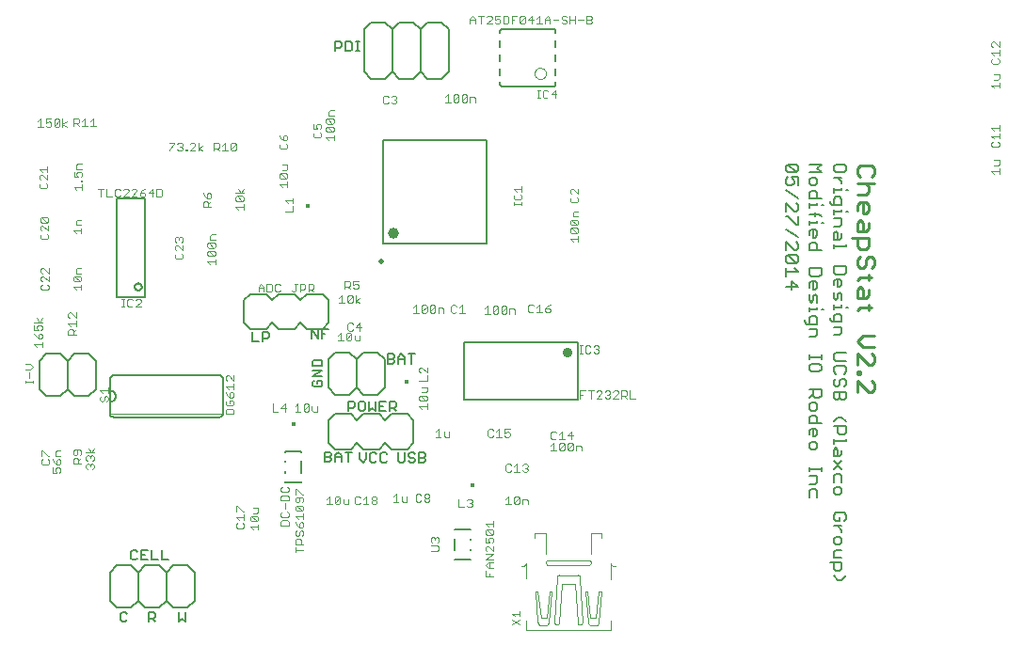
<source format=gto>
G75*
G70*
%OFA0B0*%
%FSLAX24Y24*%
%IPPOS*%
%LPD*%
%AMOC8*
5,1,8,0,0,1.08239X$1,22.5*
%
%ADD10C,0.0060*%
%ADD11C,0.0070*%
%ADD12C,0.0100*%
%ADD13C,0.0079*%
%ADD14C,0.0394*%
%ADD15C,0.0197*%
%ADD16C,0.0040*%
%ADD17R,0.0118X0.0157*%
%ADD18C,0.0050*%
%ADD19C,0.0020*%
%ADD20C,0.0080*%
%ADD21C,0.0348*%
%ADD22R,0.0157X0.0118*%
D10*
X003611Y001361D02*
X003861Y001111D01*
X004361Y001111D01*
X004611Y001361D01*
X004861Y001111D01*
X005361Y001111D01*
X005611Y001361D01*
X005861Y001111D01*
X006361Y001111D01*
X006611Y001361D01*
X006611Y002361D01*
X006361Y002611D01*
X005861Y002611D01*
X005611Y002361D01*
X005611Y001361D01*
X006041Y000956D02*
X006041Y000616D01*
X006154Y000729D01*
X006268Y000616D01*
X006268Y000956D01*
X005218Y000899D02*
X005218Y000786D01*
X005161Y000729D01*
X004991Y000729D01*
X004991Y000616D02*
X004991Y000956D01*
X005161Y000956D01*
X005218Y000899D01*
X005104Y000729D02*
X005218Y000616D01*
X004218Y000673D02*
X004161Y000616D01*
X004048Y000616D01*
X003991Y000673D01*
X003991Y000899D01*
X004048Y000956D01*
X004161Y000956D01*
X004218Y000899D01*
X004611Y001361D02*
X004611Y002361D01*
X004861Y002611D01*
X005361Y002611D01*
X005611Y002361D01*
X005693Y002811D02*
X005466Y002811D01*
X005466Y003151D01*
X005324Y002811D02*
X005097Y002811D01*
X005097Y003151D01*
X004956Y003151D02*
X004729Y003151D01*
X004729Y002811D01*
X004956Y002811D01*
X004843Y002981D02*
X004729Y002981D01*
X004588Y003094D02*
X004531Y003151D01*
X004418Y003151D01*
X004361Y003094D01*
X004361Y002868D01*
X004418Y002811D01*
X004531Y002811D01*
X004588Y002868D01*
X004361Y002611D02*
X004611Y002361D01*
X004361Y002611D02*
X003861Y002611D01*
X003611Y002361D01*
X003611Y001361D01*
X009821Y005571D02*
X009821Y005588D01*
X009821Y005571D02*
X010400Y005571D01*
X010400Y005588D01*
X010400Y005905D02*
X010400Y006316D01*
X010400Y006634D02*
X010400Y006651D01*
X009821Y006651D01*
X009821Y006634D01*
X009821Y006316D02*
X009821Y006279D01*
X009821Y005942D02*
X009821Y005905D01*
X011216Y006291D02*
X011216Y006631D01*
X011386Y006631D01*
X011443Y006574D01*
X011443Y006518D01*
X011386Y006461D01*
X011216Y006461D01*
X011386Y006461D02*
X011443Y006404D01*
X011443Y006348D01*
X011386Y006291D01*
X011216Y006291D01*
X011584Y006291D02*
X011584Y006518D01*
X011698Y006631D01*
X011811Y006518D01*
X011811Y006291D01*
X011811Y006461D02*
X011584Y006461D01*
X011586Y006736D02*
X011361Y006961D01*
X011361Y007761D01*
X011586Y007986D01*
X012136Y007986D01*
X012361Y007761D01*
X012586Y007986D01*
X013136Y007986D01*
X013361Y007761D01*
X013586Y007986D01*
X014136Y007986D01*
X014361Y007761D01*
X014361Y006961D01*
X014136Y006736D01*
X013586Y006736D01*
X013361Y006961D01*
X013136Y006736D01*
X012586Y006736D01*
X012361Y006961D01*
X012136Y006736D01*
X011586Y006736D01*
X011952Y006631D02*
X012179Y006631D01*
X012066Y006631D02*
X012066Y006291D01*
X012461Y006379D02*
X012574Y006266D01*
X012688Y006379D01*
X012688Y006606D01*
X012829Y006549D02*
X012886Y006606D01*
X012999Y006606D01*
X013056Y006549D01*
X013198Y006549D02*
X013198Y006323D01*
X013254Y006266D01*
X013368Y006266D01*
X013424Y006323D01*
X013424Y006549D02*
X013368Y006606D01*
X013254Y006606D01*
X013198Y006549D01*
X013056Y006323D02*
X012999Y006266D01*
X012886Y006266D01*
X012829Y006323D01*
X012829Y006549D01*
X012461Y006606D02*
X012461Y006379D01*
X013816Y006323D02*
X013873Y006266D01*
X013986Y006266D01*
X014043Y006323D01*
X014043Y006606D01*
X014184Y006549D02*
X014184Y006493D01*
X014241Y006436D01*
X014354Y006436D01*
X014411Y006379D01*
X014411Y006323D01*
X014354Y006266D01*
X014241Y006266D01*
X014184Y006323D01*
X014184Y006549D02*
X014241Y006606D01*
X014354Y006606D01*
X014411Y006549D01*
X014552Y006606D02*
X014552Y006266D01*
X014723Y006266D01*
X014779Y006323D01*
X014779Y006379D01*
X014723Y006436D01*
X014552Y006436D01*
X014552Y006606D02*
X014723Y006606D01*
X014779Y006549D01*
X014779Y006493D01*
X014723Y006436D01*
X013816Y006323D02*
X013816Y006606D01*
X013749Y008091D02*
X013636Y008204D01*
X013693Y008204D02*
X013523Y008204D01*
X013523Y008091D02*
X013523Y008431D01*
X013693Y008431D01*
X013749Y008374D01*
X013749Y008261D01*
X013693Y008204D01*
X013381Y008091D02*
X013154Y008091D01*
X013154Y008431D01*
X013381Y008431D01*
X013268Y008261D02*
X013154Y008261D01*
X013013Y008091D02*
X013013Y008431D01*
X012786Y008431D02*
X012786Y008091D01*
X012899Y008204D01*
X013013Y008091D01*
X012644Y008148D02*
X012644Y008374D01*
X012588Y008431D01*
X012474Y008431D01*
X012418Y008374D01*
X012418Y008148D01*
X012474Y008091D01*
X012588Y008091D01*
X012644Y008148D01*
X012276Y008261D02*
X012219Y008204D01*
X012049Y008204D01*
X012049Y008091D02*
X012049Y008431D01*
X012219Y008431D01*
X012276Y008374D01*
X012276Y008261D01*
X012087Y008658D02*
X011587Y008658D01*
X011337Y008908D01*
X011337Y009908D01*
X011587Y010158D01*
X012087Y010158D01*
X012337Y009908D01*
X012587Y010158D01*
X013087Y010158D01*
X013337Y009908D01*
X013337Y008908D01*
X013087Y008658D01*
X012587Y008658D01*
X012337Y008908D01*
X012087Y008658D01*
X012337Y008908D02*
X012337Y009908D01*
X013442Y009938D02*
X013612Y009938D01*
X013669Y009882D01*
X013669Y009825D01*
X013612Y009768D01*
X013442Y009768D01*
X013442Y010108D01*
X013612Y010108D01*
X013669Y010052D01*
X013669Y009995D01*
X013612Y009938D01*
X013811Y009938D02*
X014037Y009938D01*
X014037Y009995D02*
X014037Y009768D01*
X013811Y009768D02*
X013811Y009995D01*
X013924Y010108D01*
X014037Y009995D01*
X014179Y010108D02*
X014406Y010108D01*
X014292Y010108D02*
X014292Y009768D01*
X011131Y009677D02*
X011131Y009848D01*
X011074Y009904D01*
X010847Y009904D01*
X010791Y009848D01*
X010791Y009677D01*
X011131Y009677D01*
X011131Y009536D02*
X010791Y009536D01*
X010791Y009309D02*
X011131Y009536D01*
X011131Y009309D02*
X010791Y009309D01*
X010847Y009168D02*
X010791Y009111D01*
X010791Y008998D01*
X010847Y008941D01*
X011074Y008941D01*
X011131Y008998D01*
X011131Y009111D01*
X011074Y009168D01*
X010961Y009168D01*
X010961Y009054D01*
X010968Y010641D02*
X010968Y010981D01*
X011109Y010981D02*
X011336Y010981D01*
X011136Y010986D02*
X011361Y011211D01*
X011361Y012011D01*
X011136Y012236D01*
X010586Y012236D01*
X010361Y012011D01*
X010136Y012236D01*
X009586Y012236D01*
X009361Y012011D01*
X009136Y012236D01*
X008586Y012236D01*
X008361Y012011D01*
X008361Y011211D01*
X008586Y010986D01*
X009136Y010986D01*
X009361Y011211D01*
X009586Y010986D01*
X010136Y010986D01*
X010361Y011211D01*
X010586Y010986D01*
X011136Y010986D01*
X011109Y010981D02*
X011109Y010641D01*
X010968Y010641D02*
X010741Y010981D01*
X010741Y010641D01*
X011109Y010811D02*
X011223Y010811D01*
X009236Y010824D02*
X009236Y010711D01*
X009179Y010654D01*
X009009Y010654D01*
X009009Y010541D02*
X009009Y010881D01*
X009179Y010881D01*
X009236Y010824D01*
X008868Y010541D02*
X008641Y010541D01*
X008641Y010881D01*
X007451Y009351D02*
X003751Y009351D01*
X003731Y009351D01*
X003710Y009347D01*
X003691Y009341D01*
X003673Y009332D01*
X003656Y009320D01*
X003642Y009305D01*
X003630Y009289D01*
X003621Y009271D01*
X003615Y009251D01*
X003611Y009231D01*
X003611Y008811D01*
X003611Y008411D01*
X003611Y007991D01*
X003615Y007970D01*
X003622Y007950D01*
X003632Y007931D01*
X003645Y007914D01*
X003661Y007900D01*
X003679Y007888D01*
X003698Y007879D01*
X003719Y007873D01*
X003740Y007870D01*
X003761Y007871D01*
X007461Y007871D01*
X007482Y007870D01*
X007503Y007873D01*
X007524Y007879D01*
X007543Y007888D01*
X007561Y007900D01*
X007577Y007914D01*
X007590Y007931D01*
X007600Y007950D01*
X007607Y007970D01*
X007611Y007991D01*
X007611Y009231D01*
X007606Y009253D01*
X007598Y009273D01*
X007586Y009292D01*
X007572Y009309D01*
X007556Y009324D01*
X007537Y009336D01*
X007517Y009344D01*
X007495Y009350D01*
X007473Y009352D01*
X007451Y009351D01*
X003611Y008811D02*
X003638Y008809D01*
X003665Y008804D01*
X003691Y008794D01*
X003715Y008782D01*
X003737Y008766D01*
X003757Y008748D01*
X003774Y008726D01*
X003789Y008703D01*
X003799Y008678D01*
X003807Y008652D01*
X003811Y008625D01*
X003811Y008597D01*
X003807Y008570D01*
X003799Y008544D01*
X003789Y008519D01*
X003774Y008496D01*
X003757Y008474D01*
X003737Y008456D01*
X003715Y008440D01*
X003691Y008428D01*
X003665Y008418D01*
X003638Y008413D01*
X003611Y008411D01*
X003111Y008861D02*
X002861Y008611D01*
X002361Y008611D01*
X002111Y008861D01*
X001861Y008611D01*
X001361Y008611D01*
X001111Y008861D01*
X001111Y009861D01*
X001361Y010111D01*
X001861Y010111D01*
X002111Y009861D01*
X002361Y010111D01*
X002861Y010111D01*
X003111Y009861D01*
X003111Y008861D01*
X002111Y008861D02*
X002111Y009861D01*
X015821Y003901D02*
X015821Y003884D01*
X015821Y003901D02*
X016400Y003901D01*
X016400Y003884D01*
X016400Y003566D02*
X016400Y003529D01*
X016400Y003192D02*
X016400Y003155D01*
X016400Y002838D02*
X016400Y002821D01*
X015821Y002821D01*
X015821Y002838D01*
X015821Y003155D02*
X015821Y003566D01*
X027541Y012473D02*
X027981Y012473D01*
X027761Y012693D01*
X027761Y012399D01*
X027541Y012859D02*
X027541Y013153D01*
X027541Y013006D02*
X027981Y013006D01*
X027834Y013153D01*
X027908Y013320D02*
X027614Y013320D01*
X027541Y013393D01*
X027541Y013540D01*
X027614Y013613D01*
X027908Y013320D01*
X027981Y013393D01*
X027981Y013540D01*
X027908Y013613D01*
X027614Y013613D01*
X027541Y013780D02*
X027541Y014074D01*
X027834Y013780D01*
X027908Y013780D01*
X027981Y013854D01*
X027981Y014000D01*
X027908Y014074D01*
X027981Y014241D02*
X027541Y014534D01*
X027908Y014701D02*
X027614Y014994D01*
X027541Y014994D01*
X027541Y015161D02*
X027541Y015455D01*
X027834Y015161D01*
X027908Y015161D01*
X027981Y015235D01*
X027981Y015381D01*
X027908Y015455D01*
X027981Y015622D02*
X027541Y015915D01*
X027614Y016082D02*
X027541Y016155D01*
X027541Y016302D01*
X027614Y016376D01*
X027761Y016376D02*
X027834Y016229D01*
X027834Y016155D01*
X027761Y016082D01*
X027614Y016082D01*
X027981Y016082D02*
X027981Y016376D01*
X027761Y016376D01*
X027614Y016542D02*
X027541Y016616D01*
X027541Y016762D01*
X027614Y016836D01*
X027908Y016542D01*
X027614Y016542D01*
X027908Y016542D02*
X027981Y016616D01*
X027981Y016762D01*
X027908Y016836D01*
X027614Y016836D01*
X027981Y014994D02*
X027981Y014701D01*
X027908Y014701D01*
X019395Y019690D02*
X019395Y019741D01*
X019395Y019686D02*
X019394Y019669D01*
X019389Y019652D01*
X019382Y019637D01*
X019372Y019623D01*
X019360Y019611D01*
X019346Y019601D01*
X019331Y019594D01*
X019314Y019589D01*
X019297Y019588D01*
X019293Y019587D02*
X017525Y019587D01*
X017525Y019588D02*
X017508Y019589D01*
X017491Y019594D01*
X017476Y019601D01*
X017462Y019611D01*
X017450Y019623D01*
X017440Y019637D01*
X017433Y019652D01*
X017428Y019669D01*
X017427Y019686D01*
X017427Y019690D02*
X017427Y019741D01*
X017427Y019985D02*
X017427Y020237D01*
X017427Y020485D02*
X017427Y020737D01*
X017427Y020985D02*
X017427Y021237D01*
X017427Y021481D02*
X017427Y021540D01*
X017427Y021536D02*
X017428Y021553D01*
X017433Y021570D01*
X017440Y021585D01*
X017450Y021599D01*
X017462Y021611D01*
X017476Y021621D01*
X017491Y021628D01*
X017508Y021633D01*
X017525Y021634D01*
X019297Y021634D01*
X019314Y021633D01*
X019331Y021628D01*
X019346Y021621D01*
X019360Y021611D01*
X019372Y021599D01*
X019382Y021585D01*
X019389Y021570D01*
X019394Y021553D01*
X019395Y021536D01*
X019395Y021528D02*
X019395Y021477D01*
X019395Y021237D02*
X019395Y020981D01*
X019395Y020737D02*
X019395Y020481D01*
X019395Y020237D02*
X019395Y019985D01*
X015611Y020111D02*
X015361Y019861D01*
X014861Y019861D01*
X014611Y020111D01*
X014611Y021611D01*
X014861Y021861D01*
X015361Y021861D01*
X015611Y021611D01*
X015611Y020111D01*
X014611Y020111D02*
X014361Y019861D01*
X013861Y019861D01*
X013611Y020111D01*
X013611Y021611D01*
X013861Y021861D01*
X014361Y021861D01*
X014611Y021611D01*
X013611Y021611D02*
X013361Y021861D01*
X012861Y021861D01*
X012611Y021611D01*
X012611Y020111D01*
X012861Y019861D01*
X013361Y019861D01*
X013611Y020111D01*
X012441Y020841D02*
X012327Y020841D01*
X012384Y020841D02*
X012384Y021181D01*
X012327Y021181D02*
X012441Y021181D01*
X012186Y021124D02*
X012129Y021181D01*
X011959Y021181D01*
X011959Y020841D01*
X012129Y020841D01*
X012186Y020898D01*
X012186Y021124D01*
X011818Y021124D02*
X011761Y021181D01*
X011591Y021181D01*
X011591Y020841D01*
X011591Y020954D02*
X011761Y020954D01*
X011818Y021011D01*
X011818Y021124D01*
D11*
X028227Y011312D02*
X028227Y011240D01*
X028299Y011168D01*
X028658Y011168D01*
X028658Y011383D01*
X028586Y011455D01*
X028443Y011455D01*
X028371Y011383D01*
X028371Y011168D01*
X028371Y010995D02*
X028658Y010995D01*
X028658Y010780D01*
X028586Y010708D01*
X028371Y010708D01*
X029246Y010785D02*
X029461Y010785D01*
X029533Y010856D01*
X029533Y011071D01*
X029246Y011071D01*
X029246Y011245D02*
X029246Y011460D01*
X029318Y011532D01*
X029461Y011532D01*
X029533Y011460D01*
X029533Y011245D01*
X029174Y011245D01*
X029102Y011317D01*
X029102Y011388D01*
X029246Y011695D02*
X029246Y011839D01*
X029246Y011767D02*
X029533Y011767D01*
X029533Y011839D01*
X029676Y011767D02*
X029748Y011767D01*
X029533Y012012D02*
X029533Y012227D01*
X029461Y012299D01*
X029389Y012227D01*
X029389Y012084D01*
X029318Y012012D01*
X029246Y012084D01*
X029246Y012299D01*
X029389Y012473D02*
X029389Y012759D01*
X029318Y012759D02*
X029461Y012759D01*
X029533Y012688D01*
X029533Y012544D01*
X029461Y012473D01*
X029389Y012473D01*
X029246Y012544D02*
X029246Y012688D01*
X029318Y012759D01*
X029318Y012933D02*
X029604Y012933D01*
X029676Y013005D01*
X029676Y013220D01*
X029246Y013220D01*
X029246Y013005D01*
X029318Y012933D01*
X028801Y012928D02*
X028801Y013143D01*
X028371Y013143D01*
X028371Y012928D01*
X028443Y012856D01*
X028729Y012856D01*
X028801Y012928D01*
X028586Y012683D02*
X028658Y012611D01*
X028658Y012468D01*
X028586Y012396D01*
X028514Y012396D01*
X028514Y012683D01*
X028443Y012683D02*
X028586Y012683D01*
X028443Y012683D02*
X028371Y012611D01*
X028371Y012468D01*
X028371Y012222D02*
X028371Y012007D01*
X028443Y011935D01*
X028514Y012007D01*
X028514Y012151D01*
X028586Y012222D01*
X028658Y012151D01*
X028658Y011935D01*
X028658Y011762D02*
X028658Y011690D01*
X028371Y011690D01*
X028371Y011619D02*
X028371Y011762D01*
X028801Y011690D02*
X028873Y011690D01*
X029318Y010151D02*
X029246Y010079D01*
X029246Y009936D01*
X029318Y009864D01*
X029676Y009864D01*
X029604Y009690D02*
X029318Y009690D01*
X029246Y009619D01*
X029246Y009475D01*
X029318Y009404D01*
X029318Y009230D02*
X029246Y009158D01*
X029246Y009015D01*
X029318Y008943D01*
X029389Y008943D01*
X029461Y009015D01*
X029461Y009158D01*
X029533Y009230D01*
X029604Y009230D01*
X029676Y009158D01*
X029676Y009015D01*
X029604Y008943D01*
X029676Y008770D02*
X029246Y008770D01*
X029246Y008555D01*
X029318Y008483D01*
X029389Y008483D01*
X029461Y008555D01*
X029461Y008770D01*
X029676Y008770D02*
X029676Y008555D01*
X029604Y008483D01*
X029533Y008483D01*
X029461Y008555D01*
X028801Y008631D02*
X028729Y008560D01*
X028586Y008560D01*
X028514Y008631D01*
X028514Y008846D01*
X028514Y008703D02*
X028371Y008560D01*
X028443Y008386D02*
X028371Y008314D01*
X028371Y008171D01*
X028443Y008099D01*
X028586Y008099D01*
X028658Y008171D01*
X028658Y008314D01*
X028586Y008386D01*
X028443Y008386D01*
X028801Y008631D02*
X028801Y008846D01*
X028371Y008846D01*
X028443Y009480D02*
X028729Y009480D01*
X028801Y009552D01*
X028801Y009695D01*
X028729Y009767D01*
X028443Y009767D01*
X028371Y009695D01*
X028371Y009552D01*
X028443Y009480D01*
X028371Y009931D02*
X028371Y010074D01*
X028371Y010002D02*
X028801Y010002D01*
X028801Y009931D02*
X028801Y010074D01*
X029318Y010151D02*
X029676Y010151D01*
X029604Y009690D02*
X029676Y009619D01*
X029676Y009475D01*
X029604Y009404D01*
X029533Y007849D02*
X029389Y007849D01*
X029246Y007706D01*
X029246Y007542D02*
X029676Y007542D01*
X029676Y007327D01*
X029604Y007255D01*
X029461Y007255D01*
X029389Y007327D01*
X029389Y007542D01*
X029676Y007706D02*
X029533Y007849D01*
X028801Y007639D02*
X028371Y007639D01*
X028371Y007854D01*
X028443Y007926D01*
X028586Y007926D01*
X028658Y007854D01*
X028658Y007639D01*
X028586Y007465D02*
X028658Y007394D01*
X028658Y007250D01*
X028586Y007179D01*
X028514Y007179D01*
X028514Y007465D01*
X028443Y007465D02*
X028586Y007465D01*
X028443Y007465D02*
X028371Y007394D01*
X028371Y007250D01*
X028443Y007005D02*
X028371Y006933D01*
X028371Y006790D01*
X028443Y006718D01*
X028586Y006718D01*
X028658Y006790D01*
X028658Y006933D01*
X028586Y007005D01*
X028443Y007005D01*
X029246Y007010D02*
X029676Y007010D01*
X029676Y007082D01*
X029246Y007082D02*
X029246Y006938D01*
X029318Y006775D02*
X029389Y006703D01*
X029389Y006488D01*
X029461Y006488D02*
X029246Y006488D01*
X029246Y006703D01*
X029318Y006775D01*
X029533Y006703D02*
X029533Y006560D01*
X029461Y006488D01*
X029533Y006315D02*
X029246Y006028D01*
X029318Y005854D02*
X029246Y005782D01*
X029246Y005567D01*
X029318Y005394D02*
X029246Y005322D01*
X029246Y005179D01*
X029318Y005107D01*
X029461Y005107D01*
X029533Y005179D01*
X029533Y005322D01*
X029461Y005394D01*
X029318Y005394D01*
X029533Y005567D02*
X029533Y005782D01*
X029461Y005854D01*
X029318Y005854D01*
X029533Y006028D02*
X029246Y006315D01*
X028801Y006084D02*
X028801Y005941D01*
X028801Y006013D02*
X028371Y006013D01*
X028371Y006084D02*
X028371Y005941D01*
X028371Y005777D02*
X028658Y005777D01*
X028658Y005562D01*
X028586Y005491D01*
X028371Y005491D01*
X028443Y005317D02*
X028371Y005245D01*
X028371Y005030D01*
X028658Y005030D02*
X028658Y005245D01*
X028586Y005317D01*
X028443Y005317D01*
X029318Y004473D02*
X029246Y004401D01*
X029246Y004258D01*
X029318Y004186D01*
X029461Y004186D01*
X029461Y004330D01*
X029604Y004473D02*
X029318Y004473D01*
X029604Y004473D02*
X029676Y004401D01*
X029676Y004258D01*
X029604Y004186D01*
X029533Y004013D02*
X029246Y004013D01*
X029389Y004013D02*
X029533Y003869D01*
X029533Y003798D01*
X029461Y003629D02*
X029318Y003629D01*
X029246Y003557D01*
X029246Y003414D01*
X029318Y003342D01*
X029461Y003342D01*
X029533Y003414D01*
X029533Y003557D01*
X029461Y003629D01*
X029533Y003169D02*
X029318Y003169D01*
X029246Y003097D01*
X029246Y002882D01*
X029533Y002882D01*
X029533Y002708D02*
X029102Y002708D01*
X029246Y002708D02*
X029246Y002493D01*
X029318Y002422D01*
X029461Y002422D01*
X029533Y002493D01*
X029533Y002708D01*
X029676Y002248D02*
X029533Y002105D01*
X029389Y002105D01*
X029246Y002248D01*
X028801Y013777D02*
X028371Y013777D01*
X028371Y013992D01*
X028443Y014064D01*
X028586Y014064D01*
X028658Y013992D01*
X028658Y013777D01*
X028586Y014237D02*
X028514Y014237D01*
X028514Y014524D01*
X028443Y014524D02*
X028586Y014524D01*
X028658Y014452D01*
X028658Y014309D01*
X028586Y014237D01*
X028371Y014309D02*
X028371Y014452D01*
X028443Y014524D01*
X028371Y014688D02*
X028371Y014831D01*
X028371Y014759D02*
X028658Y014759D01*
X028658Y014831D01*
X028801Y014759D02*
X028873Y014759D01*
X029246Y014621D02*
X029461Y014621D01*
X029533Y014693D01*
X029533Y014908D01*
X029246Y014908D01*
X029246Y015071D02*
X029246Y015215D01*
X029246Y015143D02*
X029533Y015143D01*
X029533Y015215D01*
X029676Y015143D02*
X029748Y015143D01*
X029533Y015388D02*
X029174Y015388D01*
X029102Y015460D01*
X029102Y015532D01*
X029246Y015603D02*
X029246Y015388D01*
X029246Y015603D02*
X029318Y015675D01*
X029461Y015675D01*
X029533Y015603D01*
X029533Y015388D01*
X029246Y015838D02*
X029246Y015982D01*
X029246Y015910D02*
X029533Y015910D01*
X029533Y015982D01*
X029676Y015910D02*
X029748Y015910D01*
X029533Y016150D02*
X029533Y016222D01*
X029389Y016366D01*
X029246Y016366D02*
X029533Y016366D01*
X029604Y016539D02*
X029676Y016611D01*
X029676Y016754D01*
X029604Y016826D01*
X029318Y016826D01*
X029246Y016754D01*
X029246Y016611D01*
X029318Y016539D01*
X029604Y016539D01*
X028801Y016539D02*
X028371Y016539D01*
X028443Y016366D02*
X028371Y016294D01*
X028371Y016150D01*
X028443Y016079D01*
X028586Y016079D01*
X028658Y016150D01*
X028658Y016294D01*
X028586Y016366D01*
X028443Y016366D01*
X028658Y016682D02*
X028801Y016539D01*
X028658Y016682D02*
X028801Y016826D01*
X028371Y016826D01*
X028443Y015905D02*
X028586Y015905D01*
X028658Y015833D01*
X028658Y015618D01*
X028801Y015618D02*
X028371Y015618D01*
X028371Y015833D01*
X028443Y015905D01*
X028371Y015445D02*
X028371Y015301D01*
X028371Y015373D02*
X028658Y015373D01*
X028658Y015445D01*
X028801Y015373D02*
X028873Y015373D01*
X028729Y015066D02*
X028371Y015066D01*
X028586Y015138D02*
X028586Y014994D01*
X028729Y015066D02*
X028801Y014994D01*
X029318Y014447D02*
X029389Y014376D01*
X029389Y014161D01*
X029461Y014161D02*
X029246Y014161D01*
X029246Y014376D01*
X029318Y014447D01*
X029533Y014376D02*
X029533Y014232D01*
X029461Y014161D01*
X029246Y013987D02*
X029246Y013844D01*
X029246Y013915D02*
X029676Y013915D01*
X029676Y013987D01*
D12*
X029886Y014208D02*
X030486Y014208D01*
X030486Y013908D01*
X030386Y013807D01*
X030186Y013807D01*
X030086Y013908D01*
X030086Y014208D01*
X030086Y014452D02*
X030086Y014752D01*
X030186Y014852D01*
X030286Y014752D01*
X030286Y014452D01*
X030386Y014452D02*
X030086Y014452D01*
X030386Y014452D02*
X030486Y014552D01*
X030486Y014752D01*
X030386Y015096D02*
X030286Y015096D01*
X030286Y015497D01*
X030186Y015497D02*
X030386Y015497D01*
X030486Y015397D01*
X030486Y015197D01*
X030386Y015096D01*
X030086Y015197D02*
X030086Y015397D01*
X030186Y015497D01*
X030086Y015741D02*
X030386Y015741D01*
X030486Y015841D01*
X030486Y016041D01*
X030386Y016141D01*
X030686Y016141D02*
X030086Y016141D01*
X030186Y016386D02*
X030086Y016486D01*
X030086Y016686D01*
X030186Y016786D01*
X030586Y016786D01*
X030686Y016686D01*
X030686Y016486D01*
X030586Y016386D01*
X030586Y013563D02*
X030486Y013563D01*
X030386Y013463D01*
X030386Y013263D01*
X030286Y013163D01*
X030186Y013163D01*
X030086Y013263D01*
X030086Y013463D01*
X030186Y013563D01*
X030586Y013563D02*
X030686Y013463D01*
X030686Y013263D01*
X030586Y013163D01*
X030486Y012919D02*
X030486Y012719D01*
X030586Y012819D02*
X030186Y012819D01*
X030086Y012719D01*
X030186Y012489D02*
X030286Y012389D01*
X030286Y012089D01*
X030386Y012089D02*
X030086Y012089D01*
X030086Y012389D01*
X030186Y012489D01*
X030486Y012389D02*
X030486Y012189D01*
X030386Y012089D01*
X030486Y011844D02*
X030486Y011644D01*
X030586Y011744D02*
X030186Y011744D01*
X030086Y011644D01*
X030286Y010770D02*
X030086Y010570D01*
X030286Y010370D01*
X030686Y010370D01*
X030586Y010126D02*
X030686Y010026D01*
X030686Y009826D01*
X030586Y009725D01*
X030486Y009725D01*
X030086Y010126D01*
X030086Y009725D01*
X030086Y009481D02*
X030086Y009381D01*
X030186Y009381D01*
X030186Y009481D01*
X030086Y009481D01*
X030086Y009159D02*
X030486Y008759D01*
X030586Y008759D01*
X030686Y008859D01*
X030686Y009059D01*
X030586Y009159D01*
X030086Y009159D02*
X030086Y008759D01*
X030286Y010770D02*
X030686Y010770D01*
D13*
X016942Y014030D02*
X016942Y017692D01*
X013280Y017692D01*
X013280Y014030D01*
X016942Y014030D01*
D14*
X013634Y014384D03*
D15*
X013221Y013400D03*
D16*
X012412Y012686D02*
X012226Y012686D01*
X012226Y012546D01*
X012319Y012593D01*
X012366Y012593D01*
X012412Y012546D01*
X012412Y012453D01*
X012366Y012406D01*
X012272Y012406D01*
X012226Y012453D01*
X012118Y012406D02*
X012024Y012499D01*
X012071Y012499D02*
X011931Y012499D01*
X011931Y012406D02*
X011931Y012686D01*
X012071Y012686D01*
X012118Y012639D01*
X012118Y012546D01*
X012071Y012499D01*
X012072Y012186D02*
X012166Y012186D01*
X012212Y012139D01*
X012026Y011953D01*
X012072Y011906D01*
X012166Y011906D01*
X012212Y011953D01*
X012212Y012139D01*
X012320Y012186D02*
X012320Y011906D01*
X012320Y011999D02*
X012460Y012093D01*
X012320Y011999D02*
X012460Y011906D01*
X012026Y011953D02*
X012026Y012139D01*
X012072Y012186D01*
X011824Y012186D02*
X011824Y011906D01*
X011731Y011906D02*
X011918Y011906D01*
X011731Y012093D02*
X011824Y012186D01*
X010823Y012311D02*
X010730Y012404D01*
X010776Y012404D02*
X010636Y012404D01*
X010636Y012311D02*
X010636Y012591D01*
X010776Y012591D01*
X010823Y012544D01*
X010823Y012451D01*
X010776Y012404D01*
X010528Y012451D02*
X010528Y012544D01*
X010482Y012591D01*
X010342Y012591D01*
X010342Y012311D01*
X010342Y012404D02*
X010482Y012404D01*
X010528Y012451D01*
X010234Y012591D02*
X010140Y012591D01*
X010187Y012591D02*
X010187Y012358D01*
X010140Y012311D01*
X010094Y012311D01*
X010047Y012358D01*
X009939Y012264D02*
X009752Y012264D01*
X009644Y012358D02*
X009598Y012311D01*
X009504Y012311D01*
X009458Y012358D01*
X009458Y012544D01*
X009504Y012591D01*
X009598Y012591D01*
X009644Y012544D01*
X009350Y012544D02*
X009350Y012358D01*
X009303Y012311D01*
X009163Y012311D01*
X009163Y012591D01*
X009303Y012591D01*
X009350Y012544D01*
X009055Y012498D02*
X009055Y012311D01*
X009055Y012451D02*
X008868Y012451D01*
X008868Y012498D02*
X008868Y012311D01*
X008868Y012498D02*
X008962Y012591D01*
X009055Y012498D01*
X007341Y013281D02*
X007341Y013468D01*
X007341Y013374D02*
X007061Y013374D01*
X007154Y013281D01*
X007107Y013576D02*
X007061Y013622D01*
X007061Y013716D01*
X007107Y013762D01*
X007294Y013576D01*
X007341Y013622D01*
X007341Y013716D01*
X007294Y013762D01*
X007107Y013762D01*
X007107Y013870D02*
X007061Y013917D01*
X007061Y014010D01*
X007107Y014057D01*
X007294Y013870D01*
X007341Y013917D01*
X007341Y014010D01*
X007294Y014057D01*
X007107Y014057D01*
X007154Y014165D02*
X007154Y014305D01*
X007201Y014352D01*
X007341Y014352D01*
X007341Y014165D02*
X007154Y014165D01*
X007107Y013870D02*
X007294Y013870D01*
X007294Y013576D02*
X007107Y013576D01*
X006191Y013621D02*
X006144Y013668D01*
X006191Y013621D02*
X006191Y013528D01*
X006144Y013481D01*
X005957Y013481D01*
X005911Y013528D01*
X005911Y013621D01*
X005957Y013668D01*
X005957Y013776D02*
X005911Y013822D01*
X005911Y013916D01*
X005957Y013962D01*
X006004Y013962D01*
X006191Y013776D01*
X006191Y013962D01*
X006144Y014070D02*
X006191Y014117D01*
X006191Y014210D01*
X006144Y014257D01*
X006097Y014257D01*
X006051Y014210D01*
X006051Y014164D01*
X006051Y014210D02*
X006004Y014257D01*
X005957Y014257D01*
X005911Y014210D01*
X005911Y014117D01*
X005957Y014070D01*
X006911Y015331D02*
X006911Y015471D01*
X006957Y015518D01*
X007051Y015518D01*
X007097Y015471D01*
X007097Y015331D01*
X007097Y015424D02*
X007191Y015518D01*
X007144Y015626D02*
X007191Y015672D01*
X007191Y015766D01*
X007144Y015812D01*
X007097Y015812D01*
X007051Y015766D01*
X007051Y015626D01*
X007144Y015626D01*
X007051Y015626D02*
X006957Y015719D01*
X006911Y015812D01*
X006911Y015331D02*
X007191Y015331D01*
X008061Y015324D02*
X008341Y015324D01*
X008341Y015231D02*
X008341Y015418D01*
X008294Y015526D02*
X008107Y015712D01*
X008294Y015712D01*
X008341Y015666D01*
X008341Y015572D01*
X008294Y015526D01*
X008107Y015526D01*
X008061Y015572D01*
X008061Y015666D01*
X008107Y015712D01*
X008061Y015820D02*
X008341Y015820D01*
X008247Y015820D02*
X008154Y015960D01*
X008247Y015820D02*
X008341Y015960D01*
X008061Y015324D02*
X008154Y015231D01*
X009811Y015156D02*
X010091Y015156D01*
X010091Y015343D01*
X010091Y015451D02*
X010091Y015637D01*
X010091Y015544D02*
X009811Y015544D01*
X009904Y015451D01*
X009891Y016031D02*
X009891Y016218D01*
X009891Y016124D02*
X009611Y016124D01*
X009704Y016031D01*
X009657Y016326D02*
X009611Y016372D01*
X009611Y016466D01*
X009657Y016512D01*
X009844Y016326D01*
X009891Y016372D01*
X009891Y016466D01*
X009844Y016512D01*
X009657Y016512D01*
X009704Y016620D02*
X009844Y016620D01*
X009891Y016667D01*
X009891Y016807D01*
X009704Y016807D01*
X009657Y016326D02*
X009844Y016326D01*
X009844Y017381D02*
X009891Y017428D01*
X009891Y017521D01*
X009844Y017568D01*
X009844Y017676D02*
X009891Y017722D01*
X009891Y017816D01*
X009844Y017862D01*
X009797Y017862D01*
X009751Y017816D01*
X009751Y017676D01*
X009844Y017676D01*
X009751Y017676D02*
X009657Y017769D01*
X009611Y017862D01*
X009657Y017568D02*
X009611Y017521D01*
X009611Y017428D01*
X009657Y017381D01*
X009844Y017381D01*
X010811Y017828D02*
X010857Y017781D01*
X011044Y017781D01*
X011091Y017828D01*
X011091Y017921D01*
X011044Y017968D01*
X011044Y018076D02*
X011091Y018122D01*
X011091Y018216D01*
X011044Y018262D01*
X010951Y018262D01*
X010904Y018216D01*
X010904Y018169D01*
X010951Y018076D01*
X010811Y018076D01*
X010811Y018262D01*
X010857Y017968D02*
X010811Y017921D01*
X010811Y017828D01*
X011261Y017774D02*
X011354Y017681D01*
X011261Y017774D02*
X011541Y017774D01*
X011541Y017681D02*
X011541Y017868D01*
X011494Y017976D02*
X011307Y018162D01*
X011494Y018162D01*
X011541Y018116D01*
X011541Y018022D01*
X011494Y017976D01*
X011307Y017976D01*
X011261Y018022D01*
X011261Y018116D01*
X011307Y018162D01*
X011307Y018270D02*
X011261Y018317D01*
X011261Y018410D01*
X011307Y018457D01*
X011494Y018270D01*
X011541Y018317D01*
X011541Y018410D01*
X011494Y018457D01*
X011307Y018457D01*
X011354Y018565D02*
X011354Y018705D01*
X011401Y018752D01*
X011541Y018752D01*
X011541Y018565D02*
X011354Y018565D01*
X011307Y018270D02*
X011494Y018270D01*
X013281Y019028D02*
X013281Y019214D01*
X013328Y019261D01*
X013421Y019261D01*
X013468Y019214D01*
X013576Y019214D02*
X013622Y019261D01*
X013716Y019261D01*
X013762Y019214D01*
X013762Y019168D01*
X013716Y019121D01*
X013762Y019074D01*
X013762Y019028D01*
X013716Y018981D01*
X013622Y018981D01*
X013576Y019028D01*
X013468Y019028D02*
X013421Y018981D01*
X013328Y018981D01*
X013281Y019028D01*
X013669Y019121D02*
X013716Y019121D01*
X015481Y019031D02*
X015668Y019031D01*
X015574Y019031D02*
X015574Y019311D01*
X015481Y019218D01*
X015776Y019264D02*
X015776Y019078D01*
X015962Y019264D01*
X015962Y019078D01*
X015916Y019031D01*
X015822Y019031D01*
X015776Y019078D01*
X015776Y019264D02*
X015822Y019311D01*
X015916Y019311D01*
X015962Y019264D01*
X016070Y019264D02*
X016070Y019078D01*
X016257Y019264D01*
X016257Y019078D01*
X016210Y019031D01*
X016117Y019031D01*
X016070Y019078D01*
X016070Y019264D02*
X016117Y019311D01*
X016210Y019311D01*
X016257Y019264D01*
X016365Y019218D02*
X016505Y019218D01*
X016552Y019171D01*
X016552Y019031D01*
X016365Y019031D02*
X016365Y019218D01*
X018745Y019186D02*
X018839Y019186D01*
X018792Y019186D02*
X018792Y019466D01*
X018745Y019466D02*
X018839Y019466D01*
X018942Y019419D02*
X018942Y019233D01*
X018988Y019186D01*
X019082Y019186D01*
X019128Y019233D01*
X019236Y019326D02*
X019423Y019326D01*
X019376Y019466D02*
X019236Y019326D01*
X019128Y019419D02*
X019082Y019466D01*
X018988Y019466D01*
X018942Y019419D01*
X019376Y019466D02*
X019376Y019186D01*
X019200Y021811D02*
X019200Y021998D01*
X019106Y022091D01*
X019013Y021998D01*
X019013Y021811D01*
X018905Y021811D02*
X018718Y021811D01*
X018812Y021811D02*
X018812Y022091D01*
X018718Y021998D01*
X018610Y021951D02*
X018424Y021951D01*
X018564Y022091D01*
X018564Y021811D01*
X018316Y021858D02*
X018316Y022044D01*
X018129Y021858D01*
X018176Y021811D01*
X018269Y021811D01*
X018316Y021858D01*
X018316Y022044D02*
X018269Y022091D01*
X018176Y022091D01*
X018129Y022044D01*
X018129Y021858D01*
X017928Y021951D02*
X017834Y021951D01*
X017834Y021811D02*
X017834Y022091D01*
X018021Y022091D01*
X017726Y022044D02*
X017726Y021858D01*
X017680Y021811D01*
X017540Y021811D01*
X017540Y022091D01*
X017680Y022091D01*
X017726Y022044D01*
X017432Y022091D02*
X017245Y022091D01*
X017245Y021951D01*
X017338Y021998D01*
X017385Y021998D01*
X017432Y021951D01*
X017432Y021858D01*
X017385Y021811D01*
X017292Y021811D01*
X017245Y021858D01*
X017137Y021811D02*
X016950Y021811D01*
X017137Y021998D01*
X017137Y022044D01*
X017091Y022091D01*
X016997Y022091D01*
X016950Y022044D01*
X016843Y022091D02*
X016656Y022091D01*
X016749Y022091D02*
X016749Y021811D01*
X016548Y021811D02*
X016548Y021998D01*
X016454Y022091D01*
X016361Y021998D01*
X016361Y021811D01*
X016361Y021951D02*
X016548Y021951D01*
X019013Y021951D02*
X019200Y021951D01*
X019308Y021951D02*
X019494Y021951D01*
X019602Y021998D02*
X019649Y021951D01*
X019742Y021951D01*
X019789Y021904D01*
X019789Y021858D01*
X019742Y021811D01*
X019649Y021811D01*
X019602Y021858D01*
X019602Y021998D02*
X019602Y022044D01*
X019649Y022091D01*
X019742Y022091D01*
X019789Y022044D01*
X019897Y022091D02*
X019897Y021811D01*
X019897Y021951D02*
X020084Y021951D01*
X020191Y021951D02*
X020378Y021951D01*
X020486Y021951D02*
X020626Y021951D01*
X020673Y021904D01*
X020673Y021858D01*
X020626Y021811D01*
X020486Y021811D01*
X020486Y022091D01*
X020626Y022091D01*
X020673Y022044D01*
X020673Y021998D01*
X020626Y021951D01*
X020084Y022091D02*
X020084Y021811D01*
X020004Y015963D02*
X019957Y015963D01*
X019911Y015916D01*
X019911Y015823D01*
X019957Y015776D01*
X019957Y015668D02*
X019911Y015622D01*
X019911Y015528D01*
X019957Y015482D01*
X020144Y015482D01*
X020191Y015528D01*
X020191Y015622D01*
X020144Y015668D01*
X020191Y015776D02*
X020004Y015963D01*
X020191Y015963D02*
X020191Y015776D01*
X020191Y015163D02*
X020051Y015163D01*
X020004Y015116D01*
X020004Y014976D01*
X020191Y014976D01*
X020144Y014868D02*
X020191Y014822D01*
X020191Y014728D01*
X020144Y014682D01*
X019957Y014868D01*
X020144Y014868D01*
X020144Y014682D02*
X019957Y014682D01*
X019911Y014728D01*
X019911Y014822D01*
X019957Y014868D01*
X019957Y014574D02*
X020144Y014387D01*
X020191Y014434D01*
X020191Y014527D01*
X020144Y014574D01*
X019957Y014574D01*
X019911Y014527D01*
X019911Y014434D01*
X019957Y014387D01*
X020144Y014387D01*
X020191Y014279D02*
X020191Y014092D01*
X020191Y014186D02*
X019911Y014186D01*
X020004Y014092D01*
X018191Y015381D02*
X018191Y015474D01*
X018191Y015428D02*
X017911Y015428D01*
X017911Y015474D02*
X017911Y015381D01*
X017957Y015577D02*
X018144Y015577D01*
X018191Y015624D01*
X018191Y015717D01*
X018144Y015764D01*
X018191Y015872D02*
X018191Y016059D01*
X018191Y015965D02*
X017911Y015965D01*
X018004Y015872D01*
X017957Y015764D02*
X017911Y015717D01*
X017911Y015624D01*
X017957Y015577D01*
X018478Y011861D02*
X018431Y011814D01*
X018431Y011628D01*
X018478Y011581D01*
X018571Y011581D01*
X018618Y011628D01*
X018726Y011581D02*
X018912Y011581D01*
X018819Y011581D02*
X018819Y011861D01*
X018726Y011768D01*
X018618Y011814D02*
X018571Y011861D01*
X018478Y011861D01*
X019020Y011721D02*
X019160Y011721D01*
X019207Y011674D01*
X019207Y011628D01*
X019160Y011581D01*
X019067Y011581D01*
X019020Y011628D01*
X019020Y011721D01*
X019114Y011814D01*
X019207Y011861D01*
X017952Y011671D02*
X017952Y011531D01*
X017952Y011671D02*
X017905Y011718D01*
X017765Y011718D01*
X017765Y011531D01*
X017657Y011578D02*
X017610Y011531D01*
X017517Y011531D01*
X017470Y011578D01*
X017657Y011764D01*
X017657Y011578D01*
X017657Y011764D02*
X017610Y011811D01*
X017517Y011811D01*
X017470Y011764D01*
X017470Y011578D01*
X017362Y011578D02*
X017316Y011531D01*
X017222Y011531D01*
X017176Y011578D01*
X017362Y011764D01*
X017362Y011578D01*
X017362Y011764D02*
X017316Y011811D01*
X017222Y011811D01*
X017176Y011764D01*
X017176Y011578D01*
X017068Y011531D02*
X016881Y011531D01*
X016974Y011531D02*
X016974Y011811D01*
X016881Y011718D01*
X016173Y011561D02*
X015986Y011561D01*
X016080Y011561D02*
X016080Y011841D01*
X015986Y011748D01*
X015878Y011794D02*
X015832Y011841D01*
X015738Y011841D01*
X015692Y011794D01*
X015692Y011608D01*
X015738Y011561D01*
X015832Y011561D01*
X015878Y011608D01*
X015423Y011561D02*
X015423Y011701D01*
X015376Y011748D01*
X015236Y011748D01*
X015236Y011561D01*
X015128Y011608D02*
X015082Y011561D01*
X014988Y011561D01*
X014942Y011608D01*
X015128Y011794D01*
X015128Y011608D01*
X015128Y011794D02*
X015082Y011841D01*
X014988Y011841D01*
X014942Y011794D01*
X014942Y011608D01*
X014834Y011608D02*
X014787Y011561D01*
X014694Y011561D01*
X014647Y011608D01*
X014834Y011794D01*
X014834Y011608D01*
X014834Y011794D02*
X014787Y011841D01*
X014694Y011841D01*
X014647Y011794D01*
X014647Y011608D01*
X014539Y011561D02*
X014352Y011561D01*
X014446Y011561D02*
X014446Y011841D01*
X014352Y011748D01*
X012512Y011071D02*
X012326Y011071D01*
X012466Y011211D01*
X012466Y010931D01*
X012457Y010768D02*
X012457Y010581D01*
X012317Y010581D01*
X012270Y010628D01*
X012270Y010768D01*
X012162Y010814D02*
X011976Y010628D01*
X012022Y010581D01*
X012116Y010581D01*
X012162Y010628D01*
X012162Y010814D01*
X012116Y010861D01*
X012022Y010861D01*
X011976Y010814D01*
X011976Y010628D01*
X011868Y010581D02*
X011681Y010581D01*
X011774Y010581D02*
X011774Y010861D01*
X011681Y010768D01*
X012031Y010978D02*
X012078Y010931D01*
X012171Y010931D01*
X012218Y010978D01*
X012218Y011164D02*
X012171Y011211D01*
X012078Y011211D01*
X012031Y011164D01*
X012031Y010978D01*
X014561Y009591D02*
X014561Y009497D01*
X014607Y009451D01*
X014561Y009591D02*
X014607Y009637D01*
X014654Y009637D01*
X014841Y009451D01*
X014841Y009637D01*
X014841Y009343D02*
X014841Y009156D01*
X014561Y009156D01*
X014654Y008932D02*
X014841Y008932D01*
X014841Y008792D01*
X014794Y008745D01*
X014654Y008745D01*
X014607Y008637D02*
X014794Y008451D01*
X014841Y008497D01*
X014841Y008591D01*
X014794Y008637D01*
X014607Y008637D01*
X014561Y008591D01*
X014561Y008497D01*
X014607Y008451D01*
X014794Y008451D01*
X014841Y008343D02*
X014841Y008156D01*
X014841Y008249D02*
X014561Y008249D01*
X014654Y008156D01*
X015235Y007441D02*
X015235Y007161D01*
X015142Y007161D02*
X015328Y007161D01*
X015436Y007208D02*
X015483Y007161D01*
X015623Y007161D01*
X015623Y007348D01*
X015436Y007348D02*
X015436Y007208D01*
X015235Y007441D02*
X015142Y007348D01*
X016997Y007394D02*
X016997Y007208D01*
X017044Y007161D01*
X017137Y007161D01*
X017184Y007208D01*
X017292Y007161D02*
X017478Y007161D01*
X017385Y007161D02*
X017385Y007441D01*
X017292Y007348D01*
X017184Y007394D02*
X017137Y007441D01*
X017044Y007441D01*
X016997Y007394D01*
X017586Y007441D02*
X017586Y007301D01*
X017680Y007348D01*
X017726Y007348D01*
X017773Y007301D01*
X017773Y007208D01*
X017726Y007161D01*
X017633Y007161D01*
X017586Y007208D01*
X017586Y007441D02*
X017773Y007441D01*
X019231Y007314D02*
X019231Y007128D01*
X019278Y007081D01*
X019371Y007081D01*
X019418Y007128D01*
X019526Y007081D02*
X019712Y007081D01*
X019619Y007081D02*
X019619Y007361D01*
X019526Y007268D01*
X019418Y007314D02*
X019371Y007361D01*
X019278Y007361D01*
X019231Y007314D01*
X019820Y007221D02*
X020007Y007221D01*
X019960Y007081D02*
X019960Y007361D01*
X019820Y007221D01*
X019867Y006961D02*
X019960Y006961D01*
X020007Y006914D01*
X019820Y006728D01*
X019867Y006681D01*
X019960Y006681D01*
X020007Y006728D01*
X020007Y006914D01*
X020115Y006868D02*
X020255Y006868D01*
X020302Y006821D01*
X020302Y006681D01*
X020115Y006681D02*
X020115Y006868D01*
X019867Y006961D02*
X019820Y006914D01*
X019820Y006728D01*
X019712Y006728D02*
X019666Y006681D01*
X019572Y006681D01*
X019526Y006728D01*
X019712Y006914D01*
X019712Y006728D01*
X019712Y006914D02*
X019666Y006961D01*
X019572Y006961D01*
X019526Y006914D01*
X019526Y006728D01*
X019418Y006681D02*
X019231Y006681D01*
X019324Y006681D02*
X019324Y006961D01*
X019231Y006868D01*
X018407Y006164D02*
X018407Y006118D01*
X018360Y006071D01*
X018407Y006024D01*
X018407Y005978D01*
X018360Y005931D01*
X018267Y005931D01*
X018220Y005978D01*
X018112Y005931D02*
X017926Y005931D01*
X018019Y005931D02*
X018019Y006211D01*
X017926Y006118D01*
X017818Y006164D02*
X017771Y006211D01*
X017678Y006211D01*
X017631Y006164D01*
X017631Y005978D01*
X017678Y005931D01*
X017771Y005931D01*
X017818Y005978D01*
X018220Y006164D02*
X018267Y006211D01*
X018360Y006211D01*
X018407Y006164D01*
X018360Y006071D02*
X018314Y006071D01*
X018066Y005061D02*
X018112Y005014D01*
X017926Y004828D01*
X017972Y004781D01*
X018066Y004781D01*
X018112Y004828D01*
X018112Y005014D01*
X018066Y005061D02*
X017972Y005061D01*
X017926Y005014D01*
X017926Y004828D01*
X017818Y004781D02*
X017631Y004781D01*
X017724Y004781D02*
X017724Y005061D01*
X017631Y004968D01*
X018220Y004968D02*
X018360Y004968D01*
X018407Y004921D01*
X018407Y004781D01*
X018220Y004781D02*
X018220Y004968D01*
X017191Y004186D02*
X017191Y003999D01*
X017191Y004092D02*
X016911Y004092D01*
X017004Y003999D01*
X016957Y003891D02*
X017144Y003704D01*
X017191Y003751D01*
X017191Y003844D01*
X017144Y003891D01*
X016957Y003891D01*
X016911Y003844D01*
X016911Y003751D01*
X016957Y003704D01*
X017144Y003704D01*
X017144Y003596D02*
X017191Y003550D01*
X017191Y003456D01*
X017144Y003409D01*
X017051Y003409D02*
X017004Y003503D01*
X017004Y003550D01*
X017051Y003596D01*
X017144Y003596D01*
X017051Y003409D02*
X016911Y003409D01*
X016911Y003596D01*
X016957Y003302D02*
X016911Y003255D01*
X016911Y003161D01*
X016957Y003115D01*
X016911Y003007D02*
X017191Y003007D01*
X016911Y002820D01*
X017191Y002820D01*
X017191Y002712D02*
X017004Y002712D01*
X016911Y002619D01*
X017004Y002526D01*
X017191Y002526D01*
X017051Y002526D02*
X017051Y002712D01*
X016911Y002418D02*
X016911Y002231D01*
X017191Y002231D01*
X017051Y002231D02*
X017051Y002324D01*
X017191Y003115D02*
X017004Y003302D01*
X016957Y003302D01*
X017191Y003302D02*
X017191Y003115D01*
X018192Y002599D02*
X018254Y002599D01*
X018270Y002601D01*
X018285Y002605D01*
X018300Y002613D01*
X018312Y002623D01*
X018322Y002635D01*
X018330Y002650D01*
X018334Y002665D01*
X018336Y002681D01*
X018335Y002681D02*
X018335Y002146D01*
X018683Y001680D02*
X018765Y001680D01*
X018867Y000740D01*
X019071Y000740D01*
X019173Y001680D01*
X019255Y001680D01*
X019153Y000596D01*
X019149Y000577D01*
X019143Y000558D01*
X019133Y000541D01*
X019121Y000525D01*
X019106Y000512D01*
X019089Y000501D01*
X019071Y000494D01*
X018846Y000494D02*
X018828Y000501D01*
X018811Y000512D01*
X018796Y000525D01*
X018784Y000541D01*
X018774Y000558D01*
X018768Y000577D01*
X018764Y000596D01*
X018765Y000596D02*
X018683Y001680D01*
X019439Y002191D02*
X019357Y000597D01*
X019357Y000596D02*
X019359Y000580D01*
X019363Y000565D01*
X019371Y000550D01*
X019381Y000538D01*
X019393Y000528D01*
X019408Y000520D01*
X019423Y000516D01*
X019439Y000514D01*
X019439Y000515D02*
X019439Y000515D01*
X019439Y000514D02*
X019455Y000516D01*
X019470Y000520D01*
X019485Y000528D01*
X019497Y000538D01*
X019507Y000550D01*
X019515Y000565D01*
X019519Y000580D01*
X019521Y000596D01*
X019603Y001945D01*
X020093Y001945D01*
X020175Y000596D01*
X020177Y000580D01*
X020181Y000565D01*
X020189Y000550D01*
X020199Y000538D01*
X020211Y000528D01*
X020226Y000520D01*
X020241Y000516D01*
X020257Y000514D01*
X020273Y000516D01*
X020288Y000520D01*
X020303Y000528D01*
X020315Y000538D01*
X020325Y000550D01*
X020333Y000565D01*
X020337Y000580D01*
X020339Y000596D01*
X020338Y000597D02*
X020257Y002191D01*
X020254Y002209D01*
X020247Y002226D01*
X020238Y002241D01*
X020225Y002254D01*
X020210Y002263D01*
X020193Y002270D01*
X020175Y002273D01*
X020175Y002272D02*
X019521Y002272D01*
X019521Y002273D02*
X019503Y002270D01*
X019486Y002263D01*
X019471Y002254D01*
X019458Y002241D01*
X019449Y002226D01*
X019442Y002209D01*
X019439Y002191D01*
X019153Y002620D02*
X020543Y002620D01*
X020563Y002622D01*
X020582Y002628D01*
X020600Y002637D01*
X020615Y002650D01*
X020628Y002665D01*
X020637Y002683D01*
X020643Y002702D01*
X020645Y002722D01*
X020643Y002738D01*
X020639Y002753D01*
X020631Y002768D01*
X020621Y002780D01*
X020609Y002790D01*
X020594Y002798D01*
X020579Y002802D01*
X020563Y002804D01*
X019133Y002804D01*
X019132Y002804D02*
X019116Y002802D01*
X019101Y002798D01*
X019086Y002790D01*
X019074Y002780D01*
X019064Y002768D01*
X019056Y002753D01*
X019052Y002738D01*
X019050Y002722D01*
X019051Y002722D02*
X019051Y002722D01*
X019053Y002702D01*
X019059Y002683D01*
X019068Y002665D01*
X019081Y002650D01*
X019096Y002637D01*
X019114Y002628D01*
X019133Y002622D01*
X019153Y002620D01*
X019051Y003008D02*
X019051Y003744D01*
X019051Y003764D02*
X018662Y003764D01*
X018662Y003744D02*
X018662Y003601D01*
X016437Y004728D02*
X016391Y004681D01*
X016297Y004681D01*
X016251Y004728D01*
X016143Y004681D02*
X015956Y004681D01*
X015956Y004961D01*
X016251Y004914D02*
X016297Y004961D01*
X016391Y004961D01*
X016437Y004914D01*
X016437Y004868D01*
X016391Y004821D01*
X016437Y004774D01*
X016437Y004728D01*
X016391Y004821D02*
X016344Y004821D01*
X014923Y004908D02*
X014876Y004861D01*
X014783Y004861D01*
X014736Y004908D01*
X014736Y004954D01*
X014783Y005001D01*
X014876Y005001D01*
X014923Y004954D01*
X014923Y004908D01*
X014876Y005001D02*
X014923Y005048D01*
X014923Y005094D01*
X014876Y005141D01*
X014783Y005141D01*
X014736Y005094D01*
X014736Y005048D01*
X014783Y005001D01*
X014628Y005094D02*
X014582Y005141D01*
X014488Y005141D01*
X014442Y005094D01*
X014442Y004908D01*
X014488Y004861D01*
X014582Y004861D01*
X014628Y004908D01*
X014123Y004861D02*
X014123Y005048D01*
X013936Y005048D02*
X013936Y004908D01*
X013983Y004861D01*
X014123Y004861D01*
X013828Y004861D02*
X013642Y004861D01*
X013735Y004861D02*
X013735Y005141D01*
X013642Y005048D01*
X013057Y005014D02*
X013057Y004968D01*
X013010Y004921D01*
X012917Y004921D01*
X012870Y004968D01*
X012870Y005014D01*
X012917Y005061D01*
X013010Y005061D01*
X013057Y005014D01*
X013010Y004921D02*
X013057Y004874D01*
X013057Y004828D01*
X013010Y004781D01*
X012917Y004781D01*
X012870Y004828D01*
X012870Y004874D01*
X012917Y004921D01*
X012762Y004781D02*
X012576Y004781D01*
X012669Y004781D02*
X012669Y005061D01*
X012576Y004968D01*
X012468Y005014D02*
X012421Y005061D01*
X012328Y005061D01*
X012281Y005014D01*
X012281Y004828D01*
X012328Y004781D01*
X012421Y004781D01*
X012468Y004828D01*
X012057Y004781D02*
X012057Y004968D01*
X011870Y004968D02*
X011870Y004828D01*
X011917Y004781D01*
X012057Y004781D01*
X011762Y004828D02*
X011762Y005014D01*
X011576Y004828D01*
X011622Y004781D01*
X011716Y004781D01*
X011762Y004828D01*
X011762Y005014D02*
X011716Y005061D01*
X011622Y005061D01*
X011576Y005014D01*
X011576Y004828D01*
X011468Y004781D02*
X011281Y004781D01*
X011374Y004781D02*
X011374Y005061D01*
X011281Y004968D01*
X010461Y004982D02*
X010414Y005028D01*
X010227Y005028D01*
X010181Y004982D01*
X010181Y004888D01*
X010227Y004842D01*
X010274Y004842D01*
X010321Y004888D01*
X010321Y005028D01*
X010414Y005136D02*
X010461Y005136D01*
X010414Y005136D02*
X010227Y005323D01*
X010181Y005323D01*
X010181Y005136D01*
X009941Y005055D02*
X009894Y005102D01*
X009707Y005102D01*
X009661Y005055D01*
X009661Y004915D01*
X009941Y004915D01*
X009941Y005055D01*
X009894Y005209D02*
X009941Y005256D01*
X009941Y005350D01*
X009894Y005396D01*
X009894Y005209D02*
X009707Y005209D01*
X009661Y005256D01*
X009661Y005350D01*
X009707Y005396D01*
X009801Y004807D02*
X009801Y004620D01*
X009894Y004512D02*
X009941Y004466D01*
X009941Y004372D01*
X009894Y004326D01*
X009707Y004326D01*
X009661Y004372D01*
X009661Y004466D01*
X009707Y004512D01*
X009707Y004218D02*
X009661Y004171D01*
X009661Y004031D01*
X009941Y004031D01*
X009941Y004171D01*
X009894Y004218D01*
X009707Y004218D01*
X010181Y004144D02*
X010227Y004051D01*
X010321Y003958D01*
X010321Y004098D01*
X010367Y004144D01*
X010414Y004144D01*
X010461Y004098D01*
X010461Y004004D01*
X010414Y003958D01*
X010321Y003958D01*
X010367Y003850D02*
X010414Y003850D01*
X010461Y003803D01*
X010461Y003710D01*
X010414Y003663D01*
X010321Y003710D02*
X010321Y003803D01*
X010367Y003850D01*
X010227Y003850D02*
X010181Y003803D01*
X010181Y003710D01*
X010227Y003663D01*
X010274Y003663D01*
X010321Y003710D01*
X010321Y003555D02*
X010227Y003555D01*
X010181Y003508D01*
X010181Y003368D01*
X010461Y003368D01*
X010367Y003368D02*
X010367Y003508D01*
X010321Y003555D01*
X010181Y003260D02*
X010181Y003074D01*
X010181Y003167D02*
X010461Y003167D01*
X008866Y003881D02*
X008866Y004068D01*
X008866Y003974D02*
X008586Y003974D01*
X008679Y003881D01*
X008632Y004176D02*
X008586Y004222D01*
X008586Y004316D01*
X008632Y004362D01*
X008819Y004176D01*
X008866Y004222D01*
X008866Y004316D01*
X008819Y004362D01*
X008632Y004362D01*
X008679Y004470D02*
X008819Y004470D01*
X008866Y004517D01*
X008866Y004657D01*
X008679Y004657D01*
X008366Y004520D02*
X008319Y004520D01*
X008132Y004707D01*
X008086Y004707D01*
X008086Y004520D01*
X008086Y004319D02*
X008366Y004319D01*
X008366Y004226D02*
X008366Y004412D01*
X008179Y004226D02*
X008086Y004319D01*
X008132Y004118D02*
X008086Y004071D01*
X008086Y003978D01*
X008132Y003931D01*
X008319Y003931D01*
X008366Y003978D01*
X008366Y004071D01*
X008319Y004118D01*
X008632Y004176D02*
X008819Y004176D01*
X010181Y004346D02*
X010274Y004252D01*
X010181Y004346D02*
X010461Y004346D01*
X010461Y004439D02*
X010461Y004252D01*
X010414Y004547D02*
X010227Y004734D01*
X010414Y004734D01*
X010461Y004687D01*
X010461Y004594D01*
X010414Y004547D01*
X010227Y004547D01*
X010181Y004594D01*
X010181Y004687D01*
X010227Y004734D01*
X010414Y004842D02*
X010461Y004888D01*
X010461Y004982D01*
X014986Y003566D02*
X015032Y003612D01*
X015079Y003612D01*
X015126Y003566D01*
X015172Y003612D01*
X015219Y003612D01*
X015266Y003566D01*
X015266Y003472D01*
X015219Y003426D01*
X015219Y003318D02*
X014986Y003318D01*
X015032Y003426D02*
X014986Y003472D01*
X014986Y003566D01*
X015126Y003566D02*
X015126Y003519D01*
X015219Y003318D02*
X015266Y003271D01*
X015266Y003178D01*
X015219Y003131D01*
X014986Y003131D01*
X018128Y000997D02*
X018128Y000810D01*
X018128Y000903D02*
X017848Y000903D01*
X017941Y000810D01*
X017848Y000702D02*
X018128Y000515D01*
X018128Y000702D02*
X017848Y000515D01*
X018335Y000657D02*
X018335Y000321D01*
X021360Y000321D01*
X021360Y000657D01*
X021360Y000321D02*
X021360Y000321D01*
X020931Y000596D02*
X021013Y001680D01*
X020931Y001680D01*
X020829Y000740D01*
X020624Y000740D01*
X020522Y001680D01*
X020441Y001680D01*
X020543Y000596D01*
X020542Y000596D02*
X020546Y000577D01*
X020552Y000558D01*
X020562Y000541D01*
X020574Y000525D01*
X020589Y000512D01*
X020606Y000501D01*
X020624Y000494D01*
X020849Y000494D02*
X020867Y000501D01*
X020884Y000512D01*
X020899Y000525D01*
X020911Y000541D01*
X020921Y000558D01*
X020927Y000577D01*
X020931Y000596D01*
X020849Y000495D02*
X020812Y000486D01*
X020775Y000480D01*
X020737Y000478D01*
X020699Y000480D01*
X020661Y000486D01*
X020625Y000495D01*
X019071Y000495D02*
X019034Y000486D01*
X018997Y000480D01*
X018959Y000478D01*
X018921Y000480D01*
X018883Y000486D01*
X018847Y000495D01*
X021360Y002107D02*
X021360Y002681D01*
X021362Y002665D01*
X021366Y002650D01*
X021374Y002635D01*
X021384Y002623D01*
X021396Y002613D01*
X021411Y002605D01*
X021426Y002601D01*
X021442Y002599D01*
X021503Y002599D01*
X020645Y003008D02*
X020645Y003744D01*
X020645Y003764D02*
X021033Y003764D01*
X021033Y003744D02*
X021033Y003601D01*
X021030Y008529D02*
X020843Y008529D01*
X021030Y008715D01*
X021030Y008762D01*
X020983Y008809D01*
X020890Y008809D01*
X020843Y008762D01*
X020735Y008809D02*
X020548Y008809D01*
X020642Y008809D02*
X020642Y008529D01*
X020347Y008669D02*
X020254Y008669D01*
X020254Y008809D02*
X020441Y008809D01*
X020254Y008809D02*
X020254Y008529D01*
X021138Y008575D02*
X021184Y008529D01*
X021278Y008529D01*
X021324Y008575D01*
X021324Y008622D01*
X021278Y008669D01*
X021231Y008669D01*
X021278Y008669D02*
X021324Y008715D01*
X021324Y008762D01*
X021278Y008809D01*
X021184Y008809D01*
X021138Y008762D01*
X021432Y008762D02*
X021479Y008809D01*
X021572Y008809D01*
X021619Y008762D01*
X021619Y008715D01*
X021432Y008529D01*
X021619Y008529D01*
X021727Y008529D02*
X021727Y008809D01*
X021867Y008809D01*
X021914Y008762D01*
X021914Y008669D01*
X021867Y008622D01*
X021727Y008622D01*
X021820Y008622D02*
X021914Y008529D01*
X022022Y008529D02*
X022208Y008529D01*
X022022Y008529D02*
X022022Y008809D01*
X020877Y010137D02*
X020783Y010137D01*
X020737Y010183D01*
X020629Y010183D02*
X020582Y010137D01*
X020489Y010137D01*
X020442Y010183D01*
X020442Y010370D01*
X020489Y010417D01*
X020582Y010417D01*
X020629Y010370D01*
X020737Y010370D02*
X020783Y010417D01*
X020877Y010417D01*
X020923Y010370D01*
X020923Y010324D01*
X020877Y010277D01*
X020923Y010230D01*
X020923Y010183D01*
X020877Y010137D01*
X020877Y010277D02*
X020830Y010277D01*
X020339Y010417D02*
X020245Y010417D01*
X020292Y010417D02*
X020292Y010137D01*
X020245Y010137D02*
X020339Y010137D01*
X010948Y008248D02*
X010948Y008061D01*
X010808Y008061D01*
X010761Y008108D01*
X010761Y008248D01*
X010653Y008294D02*
X010467Y008108D01*
X010513Y008061D01*
X010607Y008061D01*
X010653Y008108D01*
X010653Y008294D01*
X010607Y008341D01*
X010513Y008341D01*
X010467Y008294D01*
X010467Y008108D01*
X010359Y008061D02*
X010172Y008061D01*
X010265Y008061D02*
X010265Y008341D01*
X010172Y008248D01*
X009848Y008201D02*
X009661Y008201D01*
X009801Y008341D01*
X009801Y008061D01*
X009553Y008061D02*
X009367Y008061D01*
X009367Y008341D01*
X007991Y008322D02*
X007991Y008416D01*
X007944Y008462D01*
X007851Y008462D01*
X007851Y008369D01*
X007944Y008276D02*
X007991Y008322D01*
X007944Y008276D02*
X007757Y008276D01*
X007711Y008322D01*
X007711Y008416D01*
X007757Y008462D01*
X007851Y008570D02*
X007851Y008710D01*
X007897Y008757D01*
X007944Y008757D01*
X007991Y008710D01*
X007991Y008617D01*
X007944Y008570D01*
X007851Y008570D01*
X007757Y008664D01*
X007711Y008757D01*
X007804Y008865D02*
X007711Y008958D01*
X007991Y008958D01*
X007991Y008865D02*
X007991Y009052D01*
X007991Y009159D02*
X007804Y009346D01*
X007757Y009346D01*
X007711Y009300D01*
X007711Y009206D01*
X007757Y009159D01*
X007991Y009159D02*
X007991Y009346D01*
X007944Y008168D02*
X007757Y008168D01*
X007711Y008121D01*
X007711Y007981D01*
X007991Y007981D01*
X007991Y008121D01*
X007944Y008168D01*
X003541Y008478D02*
X003494Y008431D01*
X003541Y008478D02*
X003541Y008571D01*
X003494Y008618D01*
X003447Y008618D01*
X003401Y008571D01*
X003401Y008478D01*
X003354Y008431D01*
X003307Y008431D01*
X003261Y008478D01*
X003261Y008571D01*
X003307Y008618D01*
X003354Y008726D02*
X003261Y008819D01*
X003541Y008819D01*
X003541Y008726D02*
X003541Y008912D01*
X001211Y010351D02*
X001211Y010538D01*
X001211Y010445D02*
X000931Y010445D01*
X001024Y010351D01*
X001071Y010646D02*
X001071Y010786D01*
X001117Y010833D01*
X001164Y010833D01*
X001211Y010786D01*
X001211Y010693D01*
X001164Y010646D01*
X001071Y010646D01*
X000977Y010739D01*
X000931Y010833D01*
X000931Y010941D02*
X001071Y010941D01*
X001024Y011034D01*
X001024Y011081D01*
X001071Y011127D01*
X001164Y011127D01*
X001211Y011081D01*
X001211Y010987D01*
X001164Y010941D01*
X000931Y010941D02*
X000931Y011127D01*
X000931Y011235D02*
X001211Y011235D01*
X001117Y011235D02*
X001024Y011375D01*
X001117Y011235D02*
X001211Y011375D01*
X002131Y011433D02*
X002177Y011386D01*
X002131Y011433D02*
X002131Y011526D01*
X002177Y011573D01*
X002224Y011573D01*
X002411Y011386D01*
X002411Y011573D01*
X002411Y011278D02*
X002411Y011092D01*
X002411Y011185D02*
X002131Y011185D01*
X002224Y011092D01*
X002177Y010984D02*
X002271Y010984D01*
X002317Y010937D01*
X002317Y010797D01*
X002317Y010890D02*
X002411Y010984D01*
X002411Y010797D02*
X002131Y010797D01*
X002131Y010937D01*
X002177Y010984D01*
X004031Y011781D02*
X004124Y011781D01*
X004078Y011781D02*
X004078Y012061D01*
X004124Y012061D02*
X004031Y012061D01*
X004227Y012014D02*
X004227Y011828D01*
X004274Y011781D01*
X004367Y011781D01*
X004414Y011828D01*
X004522Y011781D02*
X004709Y011968D01*
X004709Y012014D01*
X004662Y012061D01*
X004569Y012061D01*
X004522Y012014D01*
X004414Y012014D02*
X004367Y012061D01*
X004274Y012061D01*
X004227Y012014D01*
X004522Y011781D02*
X004709Y011781D01*
X002591Y012381D02*
X002591Y012568D01*
X002591Y012474D02*
X002311Y012474D01*
X002404Y012381D01*
X002357Y012676D02*
X002311Y012722D01*
X002311Y012816D01*
X002357Y012862D01*
X002544Y012676D01*
X002591Y012722D01*
X002591Y012816D01*
X002544Y012862D01*
X002357Y012862D01*
X002404Y012970D02*
X002404Y013110D01*
X002451Y013157D01*
X002591Y013157D01*
X002591Y012970D02*
X002404Y012970D01*
X002357Y012676D02*
X002544Y012676D01*
X001441Y012676D02*
X001254Y012862D01*
X001207Y012862D01*
X001161Y012816D01*
X001161Y012722D01*
X001207Y012676D01*
X001207Y012568D02*
X001161Y012521D01*
X001161Y012428D01*
X001207Y012381D01*
X001394Y012381D01*
X001441Y012428D01*
X001441Y012521D01*
X001394Y012568D01*
X001441Y012676D02*
X001441Y012862D01*
X001441Y012970D02*
X001254Y013157D01*
X001207Y013157D01*
X001161Y013110D01*
X001161Y013017D01*
X001207Y012970D01*
X001441Y012970D02*
X001441Y013157D01*
X001369Y014181D02*
X001416Y014228D01*
X001416Y014321D01*
X001369Y014368D01*
X001416Y014476D02*
X001229Y014662D01*
X001182Y014662D01*
X001136Y014616D01*
X001136Y014522D01*
X001182Y014476D01*
X001182Y014368D02*
X001136Y014321D01*
X001136Y014228D01*
X001182Y014181D01*
X001369Y014181D01*
X001416Y014476D02*
X001416Y014662D01*
X001369Y014770D02*
X001182Y014957D01*
X001369Y014957D01*
X001416Y014910D01*
X001416Y014817D01*
X001369Y014770D01*
X001182Y014770D01*
X001136Y014817D01*
X001136Y014910D01*
X001182Y014957D01*
X002311Y014474D02*
X002591Y014474D01*
X002591Y014381D02*
X002591Y014568D01*
X002591Y014676D02*
X002404Y014676D01*
X002404Y014816D01*
X002451Y014862D01*
X002591Y014862D01*
X002311Y014474D02*
X002404Y014381D01*
X003292Y015686D02*
X003292Y015966D01*
X003199Y015966D02*
X003385Y015966D01*
X003493Y015966D02*
X003493Y015686D01*
X003680Y015686D01*
X003788Y015733D02*
X003835Y015686D01*
X003928Y015686D01*
X003975Y015733D01*
X004083Y015686D02*
X004269Y015873D01*
X004269Y015919D01*
X004223Y015966D01*
X004129Y015966D01*
X004083Y015919D01*
X003975Y015919D02*
X003928Y015966D01*
X003835Y015966D01*
X003788Y015919D01*
X003788Y015733D01*
X004083Y015686D02*
X004269Y015686D01*
X004377Y015686D02*
X004564Y015873D01*
X004564Y015919D01*
X004517Y015966D01*
X004424Y015966D01*
X004377Y015919D01*
X004377Y015686D02*
X004564Y015686D01*
X004672Y015733D02*
X004719Y015686D01*
X004812Y015686D01*
X004859Y015733D01*
X004859Y015779D01*
X004812Y015826D01*
X004672Y015826D01*
X004672Y015733D01*
X004672Y015826D02*
X004765Y015919D01*
X004859Y015966D01*
X004967Y015826D02*
X005153Y015826D01*
X005107Y015686D02*
X005107Y015966D01*
X004967Y015826D01*
X005261Y015966D02*
X005401Y015966D01*
X005448Y015919D01*
X005448Y015733D01*
X005401Y015686D01*
X005261Y015686D01*
X005261Y015966D01*
X005704Y017311D02*
X005704Y017358D01*
X005891Y017544D01*
X005891Y017591D01*
X005704Y017591D01*
X005999Y017544D02*
X006045Y017591D01*
X006139Y017591D01*
X006186Y017544D01*
X006186Y017498D01*
X006139Y017451D01*
X006186Y017404D01*
X006186Y017358D01*
X006139Y017311D01*
X006045Y017311D01*
X005999Y017358D01*
X006092Y017451D02*
X006139Y017451D01*
X006293Y017358D02*
X006340Y017358D01*
X006340Y017311D01*
X006293Y017311D01*
X006293Y017358D01*
X006441Y017311D02*
X006627Y017498D01*
X006627Y017544D01*
X006581Y017591D01*
X006487Y017591D01*
X006441Y017544D01*
X006441Y017311D02*
X006627Y017311D01*
X006735Y017311D02*
X006735Y017591D01*
X006875Y017498D02*
X006735Y017404D01*
X006875Y017311D01*
X007297Y017311D02*
X007297Y017591D01*
X007437Y017591D01*
X007484Y017544D01*
X007484Y017451D01*
X007437Y017404D01*
X007297Y017404D01*
X007390Y017404D02*
X007484Y017311D01*
X007592Y017311D02*
X007778Y017311D01*
X007685Y017311D02*
X007685Y017591D01*
X007592Y017498D01*
X007886Y017544D02*
X007886Y017358D01*
X008073Y017544D01*
X008073Y017358D01*
X008026Y017311D01*
X007933Y017311D01*
X007886Y017358D01*
X007886Y017544D02*
X007933Y017591D01*
X008026Y017591D01*
X008073Y017544D01*
X003106Y018183D02*
X002920Y018183D01*
X003013Y018183D02*
X003013Y018463D01*
X002920Y018370D01*
X002812Y018183D02*
X002625Y018183D01*
X002718Y018183D02*
X002718Y018463D01*
X002625Y018370D01*
X002517Y018323D02*
X002470Y018277D01*
X002330Y018277D01*
X002424Y018277D02*
X002517Y018183D01*
X002517Y018323D02*
X002517Y018417D01*
X002470Y018463D01*
X002330Y018463D01*
X002330Y018183D01*
X002072Y018159D02*
X001931Y018252D01*
X002072Y018345D01*
X001931Y018439D02*
X001931Y018159D01*
X001824Y018205D02*
X001777Y018159D01*
X001684Y018159D01*
X001637Y018205D01*
X001824Y018392D01*
X001824Y018205D01*
X001824Y018392D02*
X001777Y018439D01*
X001684Y018439D01*
X001637Y018392D01*
X001637Y018205D01*
X001529Y018205D02*
X001482Y018159D01*
X001389Y018159D01*
X001342Y018205D01*
X001342Y018299D02*
X001436Y018345D01*
X001482Y018345D01*
X001529Y018299D01*
X001529Y018205D01*
X001342Y018299D02*
X001342Y018439D01*
X001529Y018439D01*
X001141Y018439D02*
X001141Y018159D01*
X001048Y018159D02*
X001234Y018159D01*
X001048Y018345D02*
X001141Y018439D01*
X002476Y016854D02*
X002616Y016854D01*
X002476Y016854D02*
X002429Y016808D01*
X002429Y016667D01*
X002616Y016667D01*
X002569Y016560D02*
X002616Y016513D01*
X002616Y016420D01*
X002569Y016373D01*
X002476Y016373D02*
X002429Y016466D01*
X002429Y016513D01*
X002476Y016560D01*
X002569Y016560D01*
X002476Y016373D02*
X002336Y016373D01*
X002336Y016560D01*
X002569Y016272D02*
X002616Y016272D01*
X002616Y016226D01*
X002569Y016226D01*
X002569Y016272D01*
X002616Y016118D02*
X002616Y015931D01*
X002616Y016024D02*
X002336Y016024D01*
X002429Y015931D01*
X001391Y016028D02*
X001391Y016121D01*
X001344Y016168D01*
X001391Y016276D02*
X001204Y016462D01*
X001157Y016462D01*
X001111Y016416D01*
X001111Y016322D01*
X001157Y016276D01*
X001157Y016168D02*
X001111Y016121D01*
X001111Y016028D01*
X001157Y015981D01*
X001344Y015981D01*
X001391Y016028D01*
X001391Y016276D02*
X001391Y016462D01*
X001391Y016570D02*
X001391Y016757D01*
X001391Y016664D02*
X001111Y016664D01*
X001204Y016570D01*
X000787Y009753D02*
X000601Y009753D01*
X000787Y009753D02*
X000881Y009660D01*
X000787Y009566D01*
X000601Y009566D01*
X000741Y009458D02*
X000741Y009272D01*
X000881Y009169D02*
X000881Y009075D01*
X000881Y009122D02*
X000601Y009122D01*
X000601Y009075D02*
X000601Y009169D01*
X001181Y006673D02*
X001227Y006673D01*
X001414Y006486D01*
X001461Y006486D01*
X001414Y006378D02*
X001461Y006332D01*
X001461Y006238D01*
X001414Y006192D01*
X001227Y006192D01*
X001181Y006238D01*
X001181Y006332D01*
X001227Y006378D01*
X001181Y006486D02*
X001181Y006673D01*
X001674Y006626D02*
X001674Y006486D01*
X001861Y006486D01*
X001814Y006378D02*
X001767Y006378D01*
X001721Y006332D01*
X001721Y006192D01*
X001814Y006192D01*
X001861Y006238D01*
X001861Y006332D01*
X001814Y006378D01*
X001721Y006192D02*
X001627Y006285D01*
X001581Y006378D01*
X001674Y006626D02*
X001721Y006673D01*
X001861Y006673D01*
X002311Y006666D02*
X002311Y006572D01*
X002357Y006526D01*
X002404Y006526D01*
X002451Y006572D01*
X002451Y006712D01*
X002544Y006712D02*
X002357Y006712D01*
X002311Y006666D01*
X002544Y006712D02*
X002591Y006666D01*
X002591Y006572D01*
X002544Y006526D01*
X002591Y006418D02*
X002497Y006324D01*
X002497Y006371D02*
X002497Y006231D01*
X002591Y006231D02*
X002311Y006231D01*
X002311Y006371D01*
X002357Y006418D01*
X002451Y006418D01*
X002497Y006371D01*
X002761Y006372D02*
X002807Y006326D01*
X002761Y006372D02*
X002761Y006466D01*
X002807Y006512D01*
X002854Y006512D01*
X002901Y006466D01*
X002947Y006512D01*
X002994Y006512D01*
X003041Y006466D01*
X003041Y006372D01*
X002994Y006326D01*
X002994Y006218D02*
X003041Y006171D01*
X003041Y006078D01*
X002994Y006031D01*
X002901Y006124D02*
X002901Y006171D01*
X002947Y006218D01*
X002994Y006218D01*
X002901Y006171D02*
X002854Y006218D01*
X002807Y006218D01*
X002761Y006171D01*
X002761Y006078D01*
X002807Y006031D01*
X002901Y006419D02*
X002901Y006466D01*
X002947Y006620D02*
X002854Y006760D01*
X002761Y006620D02*
X003041Y006620D01*
X002947Y006620D02*
X003041Y006760D01*
X001861Y006037D02*
X001861Y005944D01*
X001814Y005897D01*
X001721Y005897D02*
X001674Y005990D01*
X001674Y006037D01*
X001721Y006084D01*
X001814Y006084D01*
X001861Y006037D01*
X001721Y005897D02*
X001581Y005897D01*
X001581Y006084D01*
X034831Y016585D02*
X034924Y016492D01*
X034831Y016585D02*
X035111Y016585D01*
X035111Y016492D02*
X035111Y016678D01*
X035064Y016786D02*
X035111Y016833D01*
X035111Y016973D01*
X034924Y016973D01*
X034924Y016786D02*
X035064Y016786D01*
X035064Y017447D02*
X035111Y017494D01*
X035111Y017587D01*
X035064Y017634D01*
X035111Y017742D02*
X035111Y017928D01*
X035111Y017835D02*
X034831Y017835D01*
X034924Y017742D01*
X034877Y017634D02*
X034831Y017587D01*
X034831Y017494D01*
X034877Y017447D01*
X035064Y017447D01*
X035111Y018036D02*
X035111Y018223D01*
X035111Y018130D02*
X034831Y018130D01*
X034924Y018036D01*
X034924Y019542D02*
X034831Y019635D01*
X035111Y019635D01*
X035111Y019542D02*
X035111Y019728D01*
X035064Y019836D02*
X035111Y019883D01*
X035111Y020023D01*
X034924Y020023D01*
X034924Y019836D02*
X035064Y019836D01*
X035064Y020397D02*
X035111Y020444D01*
X035111Y020537D01*
X035064Y020584D01*
X035111Y020692D02*
X035111Y020878D01*
X035111Y020785D02*
X034831Y020785D01*
X034924Y020692D01*
X034877Y020584D02*
X034831Y020537D01*
X034831Y020444D01*
X034877Y020397D01*
X035064Y020397D01*
X035111Y020986D02*
X034924Y021173D01*
X034877Y021173D01*
X034831Y021126D01*
X034831Y021033D01*
X034877Y020986D01*
X035111Y020986D02*
X035111Y021173D01*
D17*
X014111Y009111D03*
X010611Y015361D03*
D18*
X004861Y015611D02*
X004861Y012111D01*
X003861Y012111D01*
X003861Y015611D01*
X004861Y015611D01*
X004486Y012486D02*
X004488Y012508D01*
X004494Y012529D01*
X004503Y012548D01*
X004515Y012566D01*
X004531Y012582D01*
X004548Y012594D01*
X004568Y012603D01*
X004589Y012609D01*
X004611Y012611D01*
X004633Y012609D01*
X004654Y012603D01*
X004673Y012594D01*
X004691Y012582D01*
X004707Y012566D01*
X004719Y012548D01*
X004728Y012529D01*
X004734Y012508D01*
X004736Y012486D01*
X004734Y012464D01*
X004728Y012443D01*
X004719Y012424D01*
X004707Y012406D01*
X004691Y012390D01*
X004674Y012378D01*
X004654Y012369D01*
X004633Y012363D01*
X004611Y012361D01*
X004589Y012363D01*
X004568Y012369D01*
X004548Y012378D01*
X004531Y012390D01*
X004515Y012406D01*
X004503Y012423D01*
X004494Y012443D01*
X004488Y012464D01*
X004486Y012486D01*
D19*
X003611Y007981D02*
X007611Y007981D01*
X018653Y020052D02*
X018655Y020079D01*
X018661Y020106D01*
X018670Y020132D01*
X018683Y020156D01*
X018699Y020179D01*
X018718Y020198D01*
X018740Y020215D01*
X018764Y020229D01*
X018789Y020239D01*
X018816Y020246D01*
X018843Y020249D01*
X018871Y020248D01*
X018898Y020243D01*
X018924Y020235D01*
X018948Y020223D01*
X018971Y020207D01*
X018992Y020189D01*
X019009Y020168D01*
X019024Y020144D01*
X019035Y020119D01*
X019043Y020093D01*
X019047Y020066D01*
X019047Y020038D01*
X019043Y020011D01*
X019035Y019985D01*
X019024Y019960D01*
X019009Y019936D01*
X018992Y019915D01*
X018971Y019897D01*
X018949Y019881D01*
X018924Y019869D01*
X018898Y019861D01*
X018871Y019856D01*
X018843Y019855D01*
X018816Y019858D01*
X018789Y019865D01*
X018764Y019875D01*
X018740Y019889D01*
X018718Y019906D01*
X018699Y019925D01*
X018683Y019948D01*
X018670Y019972D01*
X018661Y019998D01*
X018655Y020025D01*
X018653Y020052D01*
D20*
X020169Y010534D02*
X016153Y010534D01*
X016153Y008487D01*
X020169Y008487D01*
X020169Y010534D01*
D21*
X019814Y010151D03*
D22*
X016461Y005461D03*
X010111Y007611D03*
M02*

</source>
